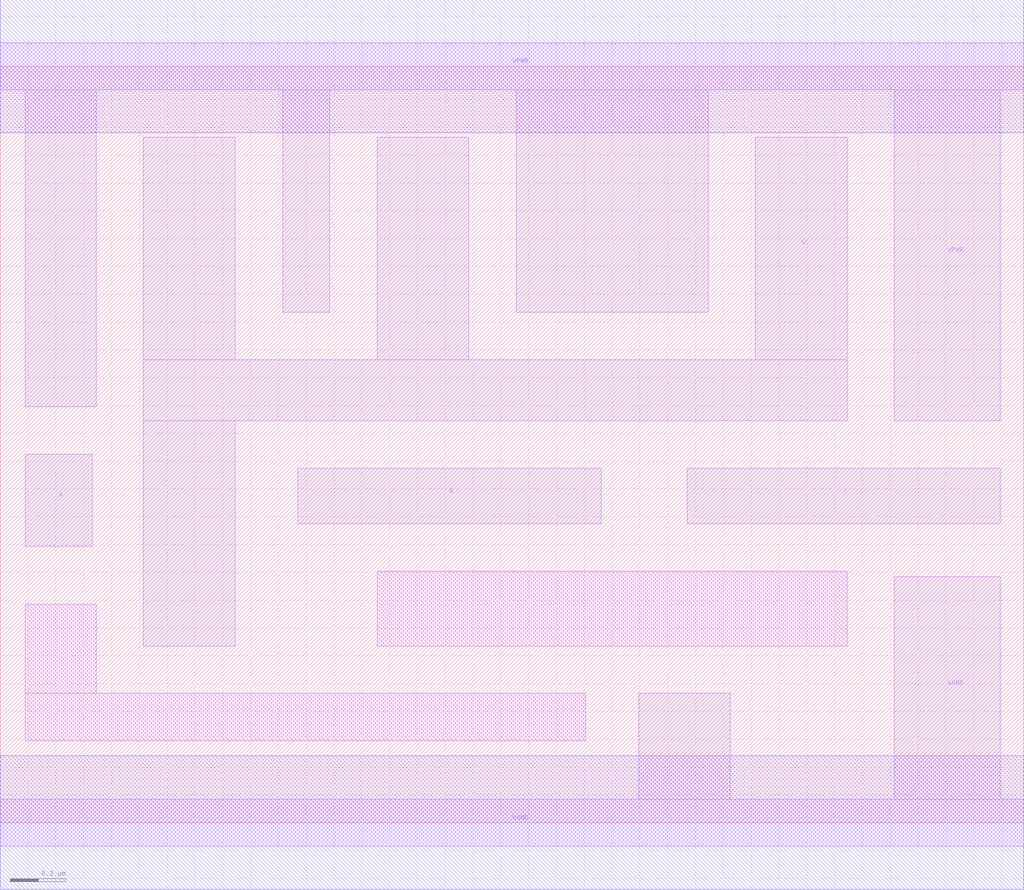
<source format=lef>
# Copyright 2020 The SkyWater PDK Authors
#
# Licensed under the Apache License, Version 2.0 (the "License");
# you may not use this file except in compliance with the License.
# You may obtain a copy of the License at
#
#     https://www.apache.org/licenses/LICENSE-2.0
#
# Unless required by applicable law or agreed to in writing, software
# distributed under the License is distributed on an "AS IS" BASIS,
# WITHOUT WARRANTIES OR CONDITIONS OF ANY KIND, either express or implied.
# See the License for the specific language governing permissions and
# limitations under the License.
#
# SPDX-License-Identifier: Apache-2.0

VERSION 5.5 ;
NAMESCASESENSITIVE ON ;
BUSBITCHARS "[]" ;
DIVIDERCHAR "/" ;
MACRO sky130_fd_sc_hd__nand3_2
  CLASS CORE ;
  SOURCE USER ;
  ORIGIN  0.000000  0.000000 ;
  SIZE  3.680000 BY  2.720000 ;
  SYMMETRY X Y R90 ;
  SITE unithd ;
  PIN A
    ANTENNAGATEAREA  0.495000 ;
    DIRECTION INPUT ;
    USE SIGNAL ;
    PORT
      LAYER li1 ;
        RECT 0.090000 0.995000 0.330000 1.325000 ;
    END
  END A
  PIN B
    ANTENNAGATEAREA  0.495000 ;
    DIRECTION INPUT ;
    USE SIGNAL ;
    PORT
      LAYER li1 ;
        RECT 1.070000 1.075000 2.160000 1.275000 ;
    END
  END B
  PIN C
    ANTENNAGATEAREA  0.495000 ;
    DIRECTION INPUT ;
    USE SIGNAL ;
    PORT
      LAYER li1 ;
        RECT 2.470000 1.075000 3.595000 1.275000 ;
    END
  END C
  PIN Y
    ANTENNADIFFAREA  0.985500 ;
    DIRECTION OUTPUT ;
    USE SIGNAL ;
    PORT
      LAYER li1 ;
        RECT 0.515000 0.635000 0.845000 1.445000 ;
        RECT 0.515000 1.445000 3.045000 1.665000 ;
        RECT 0.515000 1.665000 0.845000 2.465000 ;
        RECT 1.355000 1.665000 1.685000 2.465000 ;
        RECT 2.715000 1.665000 3.045000 2.465000 ;
    END
  END Y
  PIN VGND
    DIRECTION INOUT ;
    SHAPE ABUTMENT ;
    USE GROUND ;
    PORT
      LAYER li1 ;
        RECT 0.000000 -0.085000 3.680000 0.085000 ;
        RECT 2.295000  0.085000 2.625000 0.465000 ;
        RECT 3.215000  0.085000 3.595000 0.885000 ;
    END
    PORT
      LAYER met1 ;
        RECT 0.000000 -0.240000 3.680000 0.240000 ;
    END
  END VGND
  PIN VNB
    DIRECTION INOUT ;
    USE GROUND ;
    PORT
    END
  END VNB
  PIN VPB
    DIRECTION INOUT ;
    USE POWER ;
    PORT
    END
  END VPB
  PIN VPWR
    DIRECTION INOUT ;
    SHAPE ABUTMENT ;
    USE POWER ;
    PORT
      LAYER li1 ;
        RECT 0.000000 2.635000 3.680000 2.805000 ;
        RECT 0.090000 1.495000 0.345000 2.635000 ;
        RECT 1.015000 1.835000 1.185000 2.635000 ;
        RECT 1.855000 1.835000 2.545000 2.635000 ;
        RECT 3.215000 1.445000 3.595000 2.635000 ;
    END
    PORT
      LAYER met1 ;
        RECT 0.000000 2.480000 3.680000 2.960000 ;
    END
  END VPWR
  OBS
    LAYER li1 ;
      RECT 0.090000 0.295000 2.105000 0.465000 ;
      RECT 0.090000 0.465000 0.345000 0.785000 ;
      RECT 1.355000 0.635000 3.045000 0.905000 ;
  END
END sky130_fd_sc_hd__nand3_2
END LIBRARY

</source>
